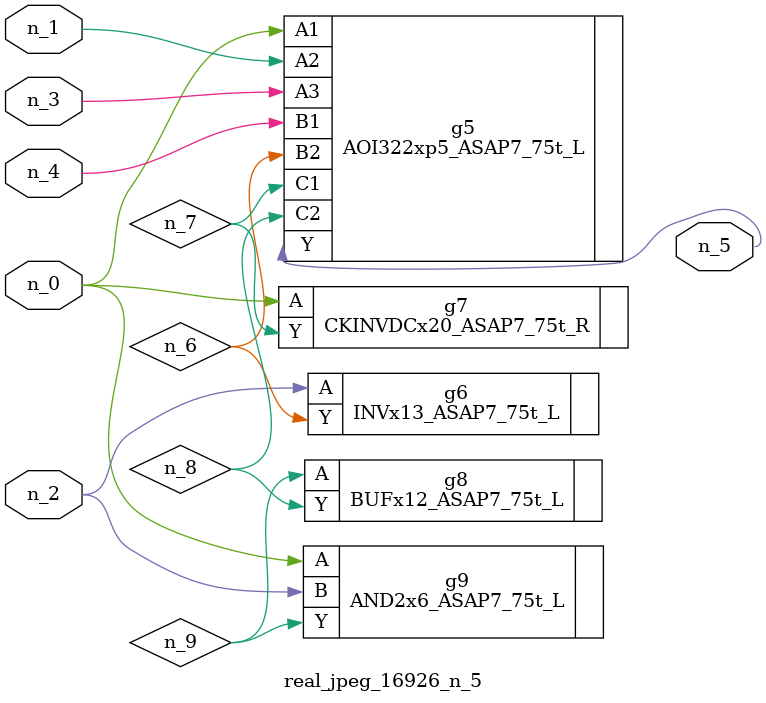
<source format=v>
module real_jpeg_16926_n_5 (n_4, n_0, n_1, n_2, n_3, n_5);

input n_4;
input n_0;
input n_1;
input n_2;
input n_3;

output n_5;

wire n_8;
wire n_6;
wire n_7;
wire n_9;

AOI322xp5_ASAP7_75t_L g5 ( 
.A1(n_0),
.A2(n_1),
.A3(n_3),
.B1(n_4),
.B2(n_6),
.C1(n_7),
.C2(n_8),
.Y(n_5)
);

CKINVDCx20_ASAP7_75t_R g7 ( 
.A(n_0),
.Y(n_7)
);

AND2x6_ASAP7_75t_L g9 ( 
.A(n_0),
.B(n_2),
.Y(n_9)
);

INVx13_ASAP7_75t_L g6 ( 
.A(n_2),
.Y(n_6)
);

BUFx12_ASAP7_75t_L g8 ( 
.A(n_9),
.Y(n_8)
);


endmodule
</source>
